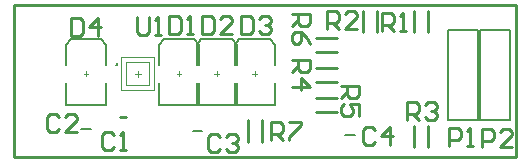
<source format=gto>
G04 Layer_Color=65535*
%FSLAX44Y44*%
%MOMM*%
G71*
G01*
G75*
%ADD16C,0.2000*%
%ADD18C,0.1000*%
%ADD19C,0.2540*%
%ADD20C,0.0500*%
%ADD25C,0.2500*%
%ADD26C,0.1524*%
D16*
X414800Y50400D02*
X440200D01*
X414800D02*
Y126600D01*
X440200D01*
Y50400D02*
Y126600D01*
X387300Y50400D02*
X412700D01*
X387300D02*
Y126600D01*
X412700D01*
Y50400D02*
Y126600D01*
X64000Y97501D02*
Y114501D01*
X94000Y119501D02*
X98000Y114501D01*
X64000D02*
X68000Y119501D01*
X98000Y97501D02*
Y114501D01*
X68000Y119501D02*
X94000D01*
X64000Y63501D02*
X98000D01*
X64000D02*
Y82501D01*
X98000Y63501D02*
Y82501D01*
X142750Y97500D02*
Y114500D01*
X172750Y119500D02*
X176750Y114500D01*
X142750D02*
X146750Y119500D01*
X176750Y97500D02*
Y114500D01*
X146750Y119500D02*
X172750D01*
X142750Y63500D02*
X176750D01*
X142750D02*
Y82500D01*
X176750Y63500D02*
Y82500D01*
X174750Y97500D02*
Y114500D01*
X204749Y119500D02*
X208749Y114500D01*
X174750D02*
X178750Y119500D01*
X208749Y97500D02*
Y114500D01*
X178750Y119500D02*
X204749D01*
X174750Y63500D02*
X208749D01*
X174750D02*
Y82500D01*
X208749Y63500D02*
Y82500D01*
X207000Y97500D02*
Y114500D01*
X237000Y119500D02*
X241000Y114500D01*
X207000D02*
X211000Y119500D01*
X241000Y97500D02*
Y114500D01*
X211000Y119500D02*
X237000D01*
X207000Y63500D02*
X241000D01*
X207000D02*
Y82500D01*
X241000Y63500D02*
Y82500D01*
D18*
X81000Y88001D02*
Y92001D01*
X79000Y90001D02*
X83000D01*
X159750Y88000D02*
Y92000D01*
X157750Y90000D02*
X161750D01*
X191750Y88000D02*
Y92000D01*
X189750Y90000D02*
X193750D01*
X224000Y88000D02*
Y92000D01*
X222000Y90000D02*
X226000D01*
X134750Y80001D02*
Y100001D01*
X114750Y80001D02*
X134750D01*
X114750D02*
Y100001D01*
X134750D01*
X122250Y90001D02*
X127250D01*
X124750Y87500D02*
Y92501D01*
D19*
X315250Y125000D02*
Y143000D01*
X327249Y125000D02*
Y143000D01*
X358500Y28000D02*
Y46000D01*
X370500Y28000D02*
Y46000D01*
X275750Y95000D02*
X293750D01*
X275750Y83000D02*
X293750D01*
X275501Y69251D02*
X293501D01*
X275501Y57251D02*
X293501D01*
X275500Y120251D02*
X293500D01*
X275500Y108251D02*
X293500D01*
X218251Y32500D02*
Y50500D01*
X230250Y32500D02*
Y50500D01*
X109960Y52999D02*
X115040D01*
X358500Y125000D02*
Y143000D01*
X370500Y125000D02*
Y143000D01*
X104657Y38446D02*
X102118Y40985D01*
X97039D01*
X94500Y38446D01*
Y28289D01*
X97039Y25750D01*
X102118D01*
X104657Y28289D01*
X109735Y25750D02*
X114813D01*
X112274D01*
Y40985D01*
X109735Y38446D01*
X57907Y52946D02*
X55368Y55485D01*
X50289D01*
X47750Y52946D01*
Y42789D01*
X50289Y40250D01*
X55368D01*
X57907Y42789D01*
X73142Y40250D02*
X62985D01*
X73142Y50406D01*
Y52946D01*
X70603Y55485D01*
X65525D01*
X62985Y52946D01*
X194407Y36196D02*
X191868Y38735D01*
X186789D01*
X184250Y36196D01*
Y26039D01*
X186789Y23500D01*
X191868D01*
X194407Y26039D01*
X199485Y36196D02*
X202024Y38735D01*
X207103D01*
X209642Y36196D01*
Y33657D01*
X207103Y31117D01*
X204563D01*
X207103D01*
X209642Y28578D01*
Y26039D01*
X207103Y23500D01*
X202024D01*
X199485Y26039D01*
X325907Y42446D02*
X323368Y44985D01*
X318289D01*
X315750Y42446D01*
Y32289D01*
X318289Y29750D01*
X323368D01*
X325907Y32289D01*
X338603Y29750D02*
Y44985D01*
X330985Y37367D01*
X341142D01*
X179000Y138985D02*
Y123750D01*
X186618D01*
X189157Y126289D01*
Y136446D01*
X186618Y138985D01*
X179000D01*
X204392Y123750D02*
X194235D01*
X204392Y133907D01*
Y136446D01*
X201853Y138985D01*
X196774D01*
X194235Y136446D01*
X212750Y138485D02*
Y123250D01*
X220368D01*
X222907Y125789D01*
Y135946D01*
X220368Y138485D01*
X212750D01*
X227985Y135946D02*
X230524Y138485D01*
X235603D01*
X238142Y135946D01*
Y133407D01*
X235603Y130868D01*
X233063D01*
X235603D01*
X238142Y128328D01*
Y125789D01*
X235603Y123250D01*
X230524D01*
X227985Y125789D01*
X68750Y137235D02*
Y122000D01*
X76368D01*
X78907Y124539D01*
Y134696D01*
X76368Y137235D01*
X68750D01*
X91603Y122000D02*
Y137235D01*
X83985Y129618D01*
X94142D01*
X388500Y28500D02*
Y43735D01*
X396118D01*
X398657Y41196D01*
Y36117D01*
X396118Y33578D01*
X388500D01*
X403735Y28500D02*
X408814D01*
X406274D01*
Y43735D01*
X403735Y41196D01*
X416000Y27750D02*
Y42985D01*
X423618D01*
X426157Y40446D01*
Y35367D01*
X423618Y32828D01*
X416000D01*
X441392Y27750D02*
X431235D01*
X441392Y37906D01*
Y40446D01*
X438853Y42985D01*
X433774D01*
X431235Y40446D01*
X332000Y126250D02*
Y141485D01*
X339618D01*
X342157Y138946D01*
Y133868D01*
X339618Y131328D01*
X332000D01*
X337078D02*
X342157Y126250D01*
X347235D02*
X352313D01*
X349774D01*
Y141485D01*
X347235Y138946D01*
X285000Y127750D02*
Y142985D01*
X292618D01*
X295157Y140446D01*
Y135367D01*
X292618Y132828D01*
X285000D01*
X290078D02*
X295157Y127750D01*
X310392D02*
X300235D01*
X310392Y137907D01*
Y140446D01*
X307853Y142985D01*
X302774D01*
X300235Y140446D01*
X352750Y51000D02*
Y66235D01*
X360368D01*
X362907Y63696D01*
Y58618D01*
X360368Y56078D01*
X352750D01*
X357828D02*
X362907Y51000D01*
X367985Y63696D02*
X370524Y66235D01*
X375603D01*
X378142Y63696D01*
Y61157D01*
X375603Y58618D01*
X373063D01*
X375603D01*
X378142Y56078D01*
Y53539D01*
X375603Y51000D01*
X370524D01*
X367985Y53539D01*
X255750Y101750D02*
X270985D01*
Y94132D01*
X268446Y91593D01*
X263368D01*
X260828Y94132D01*
Y101750D01*
Y96672D02*
X255750Y91593D01*
Y78897D02*
X270985D01*
X263368Y86515D01*
Y76358D01*
X296750Y79500D02*
X311985D01*
Y71883D01*
X309446Y69343D01*
X304368D01*
X301828Y71883D01*
Y79500D01*
Y74422D02*
X296750Y69343D01*
X311985Y54108D02*
Y64265D01*
X304368D01*
X306907Y59187D01*
Y56647D01*
X304368Y54108D01*
X299289D01*
X296750Y56647D01*
Y61726D01*
X299289Y64265D01*
X255500Y140500D02*
X270735D01*
Y132882D01*
X268196Y130343D01*
X263118D01*
X260578Y132882D01*
Y140500D01*
Y135422D02*
X255500Y130343D01*
X270735Y115108D02*
X268196Y120187D01*
X263118Y125265D01*
X258039D01*
X255500Y122726D01*
Y117647D01*
X258039Y115108D01*
X260578D01*
X263118Y117647D01*
Y125265D01*
X237500Y33818D02*
Y49053D01*
X245117D01*
X247657Y46514D01*
Y41436D01*
X245117Y38896D01*
X237500D01*
X242578D02*
X247657Y33818D01*
X252735Y49053D02*
X262892D01*
Y46514D01*
X252735Y36357D01*
Y33818D01*
X124000Y137735D02*
Y125039D01*
X126539Y122500D01*
X131617D01*
X134157Y125039D01*
Y137735D01*
X139235Y122500D02*
X144313D01*
X141774D01*
Y137735D01*
X139235Y135196D01*
X151000Y138485D02*
Y123250D01*
X158617D01*
X161157Y125789D01*
Y135946D01*
X158617Y138485D01*
X151000D01*
X166235Y123250D02*
X171313D01*
X168774D01*
Y138485D01*
X166235Y135946D01*
X20250Y148000D02*
X445000D01*
X445250Y52250D02*
Y116250D01*
X445000Y20000D02*
X445250Y20250D01*
X20500Y19750D02*
X445000D01*
X20250Y20000D02*
X20500Y19750D01*
X20250Y20000D02*
Y148000D01*
X445250Y20250D02*
Y52250D01*
Y116250D02*
Y148250D01*
D20*
X139000Y75750D02*
Y104251D01*
X110500Y75750D02*
X139000D01*
X110500D02*
Y104251D01*
X139000D01*
D25*
X107255Y97500D02*
G03*
X107255Y97500I-625J0D01*
G01*
D26*
X77000Y43502D02*
X84999D01*
X171500Y41751D02*
X179499D01*
X300501Y37998D02*
X308500D01*
M02*

</source>
